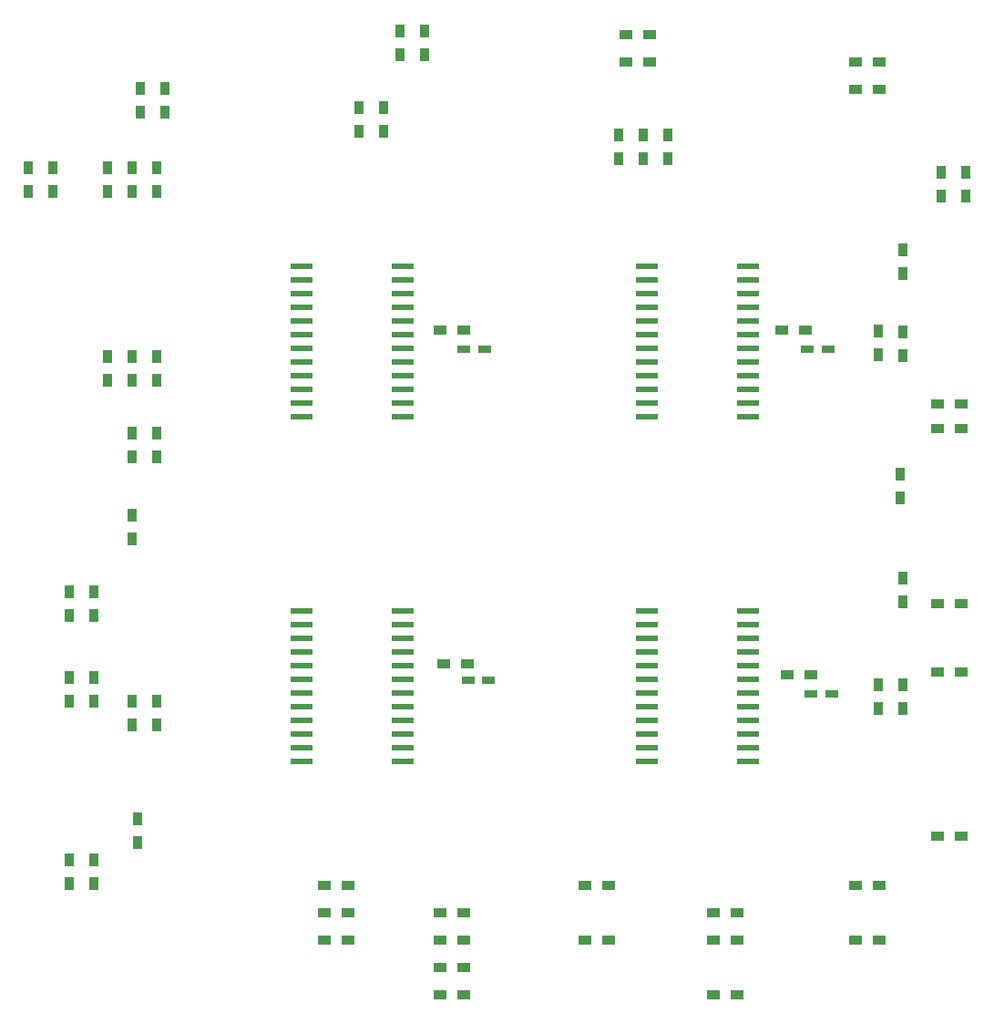
<source format=gbr>
G04 #@! TF.GenerationSoftware,KiCad,Pcbnew,(5.0.2)-1*
G04 #@! TF.CreationDate,2019-07-27T15:22:53-05:00*
G04 #@! TF.ProjectId,Conventional_Display,436f6e76-656e-4746-996f-6e616c5f4469,rev?*
G04 #@! TF.SameCoordinates,Original*
G04 #@! TF.FileFunction,Paste,Bot*
G04 #@! TF.FilePolarity,Positive*
%FSLAX46Y46*%
G04 Gerber Fmt 4.6, Leading zero omitted, Abs format (unit mm)*
G04 Created by KiCad (PCBNEW (5.0.2)-1) date 7/27/2019 3:22:53 PM*
%MOMM*%
%LPD*%
G01*
G04 APERTURE LIST*
%ADD10R,1.200000X0.900000*%
%ADD11R,2.000000X0.600000*%
%ADD12R,1.200000X0.750000*%
%ADD13R,0.900000X1.200000*%
G04 APERTURE END LIST*
D10*
G04 #@! TO.C,R63*
X103716000Y-69850000D03*
X101516000Y-69850000D03*
G04 #@! TD*
D11*
G04 #@! TO.C,U16*
X120674400Y-77914500D03*
X120674400Y-76644500D03*
X120674400Y-75374500D03*
X120674400Y-74104500D03*
X120674400Y-72834500D03*
X120674400Y-71564500D03*
X120674400Y-70294500D03*
X120674400Y-69024500D03*
X120674400Y-67754500D03*
X120674400Y-66484500D03*
X120674400Y-65214500D03*
X120674400Y-63944500D03*
X130074400Y-63944500D03*
X130074400Y-65214500D03*
X130074400Y-66484500D03*
X130074400Y-67754500D03*
X130074400Y-69024500D03*
X130074400Y-70294500D03*
X130074400Y-71564500D03*
X130074400Y-72834500D03*
X130074400Y-74104500D03*
X130074400Y-75374500D03*
X130074400Y-76644500D03*
X130074400Y-77914500D03*
G04 #@! TD*
D12*
G04 #@! TO.C,C1*
X135636000Y-71628000D03*
X137536000Y-71628000D03*
G04 #@! TD*
G04 #@! TO.C,C2*
X103698000Y-71628000D03*
X105598000Y-71628000D03*
G04 #@! TD*
G04 #@! TO.C,C3*
X104104400Y-102362000D03*
X106004400Y-102362000D03*
G04 #@! TD*
G04 #@! TO.C,C4*
X135956000Y-103632000D03*
X137856000Y-103632000D03*
G04 #@! TD*
D10*
G04 #@! TO.C,R1*
X140124000Y-44958000D03*
X142324000Y-44958000D03*
G04 #@! TD*
G04 #@! TO.C,R2*
X140124000Y-47498000D03*
X142324000Y-47498000D03*
G04 #@! TD*
D13*
G04 #@! TO.C,R3*
X150368000Y-57404000D03*
X150368000Y-55204000D03*
G04 #@! TD*
G04 #@! TO.C,R4*
X148082000Y-57404000D03*
X148082000Y-55204000D03*
G04 #@! TD*
G04 #@! TO.C,R5*
X144526000Y-70020000D03*
X144526000Y-72220000D03*
G04 #@! TD*
G04 #@! TO.C,R6*
X142240000Y-69936000D03*
X142240000Y-72136000D03*
G04 #@! TD*
G04 #@! TO.C,R7*
X144526000Y-64600000D03*
X144526000Y-62400000D03*
G04 #@! TD*
D10*
G04 #@! TO.C,R8*
X149944000Y-76708000D03*
X147744000Y-76708000D03*
G04 #@! TD*
G04 #@! TO.C,R9*
X149944000Y-78994000D03*
X147744000Y-78994000D03*
G04 #@! TD*
G04 #@! TO.C,R10*
X149944000Y-95250000D03*
X147744000Y-95250000D03*
G04 #@! TD*
D13*
G04 #@! TO.C,R11*
X144526000Y-92880000D03*
X144526000Y-95080000D03*
G04 #@! TD*
G04 #@! TO.C,R12*
X144272000Y-85428000D03*
X144272000Y-83228000D03*
G04 #@! TD*
D10*
G04 #@! TO.C,R13*
X149944000Y-101600000D03*
X147744000Y-101600000D03*
G04 #@! TD*
G04 #@! TO.C,R14*
X149944000Y-116840000D03*
X147744000Y-116840000D03*
G04 #@! TD*
D13*
G04 #@! TO.C,R15*
X144526000Y-104986000D03*
X144526000Y-102786000D03*
G04 #@! TD*
G04 #@! TO.C,R16*
X142240000Y-104986000D03*
X142240000Y-102786000D03*
G04 #@! TD*
D10*
G04 #@! TO.C,R17*
X140124000Y-121412000D03*
X142324000Y-121412000D03*
G04 #@! TD*
G04 #@! TO.C,R18*
X140124000Y-126492000D03*
X142324000Y-126492000D03*
G04 #@! TD*
G04 #@! TO.C,R19*
X129116000Y-131572000D03*
X126916000Y-131572000D03*
G04 #@! TD*
G04 #@! TO.C,R20*
X129116000Y-123952000D03*
X126916000Y-123952000D03*
G04 #@! TD*
G04 #@! TO.C,R21*
X129116000Y-126492000D03*
X126916000Y-126492000D03*
G04 #@! TD*
G04 #@! TO.C,R22*
X114978000Y-121412000D03*
X117178000Y-121412000D03*
G04 #@! TD*
G04 #@! TO.C,R23*
X114978000Y-126492000D03*
X117178000Y-126492000D03*
G04 #@! TD*
G04 #@! TO.C,R24*
X103716000Y-131572000D03*
X101516000Y-131572000D03*
G04 #@! TD*
G04 #@! TO.C,R25*
X103716000Y-129032000D03*
X101516000Y-129032000D03*
G04 #@! TD*
G04 #@! TO.C,R26*
X103716000Y-123952000D03*
X101516000Y-123952000D03*
G04 #@! TD*
G04 #@! TO.C,R27*
X103716000Y-126492000D03*
X101516000Y-126492000D03*
G04 #@! TD*
G04 #@! TO.C,R28*
X90764000Y-121412000D03*
X92964000Y-121412000D03*
G04 #@! TD*
G04 #@! TO.C,R29*
X90764000Y-123952000D03*
X92964000Y-123952000D03*
G04 #@! TD*
G04 #@! TO.C,R30*
X90764000Y-126492000D03*
X92964000Y-126492000D03*
G04 #@! TD*
D13*
G04 #@! TO.C,R31*
X72898000Y-106510000D03*
X72898000Y-104310000D03*
G04 #@! TD*
G04 #@! TO.C,R32*
X75184000Y-106510000D03*
X75184000Y-104310000D03*
G04 #@! TD*
G04 #@! TO.C,R33*
X73406000Y-115232000D03*
X73406000Y-117432000D03*
G04 #@! TD*
G04 #@! TO.C,R34*
X67056000Y-119042000D03*
X67056000Y-121242000D03*
G04 #@! TD*
G04 #@! TO.C,R35*
X69342000Y-119042000D03*
X69342000Y-121242000D03*
G04 #@! TD*
G04 #@! TO.C,R36*
X67056000Y-104308000D03*
X67056000Y-102108000D03*
G04 #@! TD*
G04 #@! TO.C,R37*
X69342000Y-104308000D03*
X69342000Y-102108000D03*
G04 #@! TD*
G04 #@! TO.C,R38*
X72898000Y-81618000D03*
X72898000Y-79418000D03*
G04 #@! TD*
G04 #@! TO.C,R39*
X75184000Y-81618000D03*
X75184000Y-79418000D03*
G04 #@! TD*
G04 #@! TO.C,R40*
X72898000Y-87038000D03*
X72898000Y-89238000D03*
G04 #@! TD*
G04 #@! TO.C,R41*
X69342000Y-94150000D03*
X69342000Y-96350000D03*
G04 #@! TD*
G04 #@! TO.C,R42*
X67056000Y-94150000D03*
X67056000Y-96350000D03*
G04 #@! TD*
G04 #@! TO.C,R43*
X65532000Y-56980000D03*
X65532000Y-54780000D03*
G04 #@! TD*
G04 #@! TO.C,R44*
X63246000Y-56980000D03*
X63246000Y-54780000D03*
G04 #@! TD*
G04 #@! TO.C,R45*
X73660000Y-47414000D03*
X73660000Y-49614000D03*
G04 #@! TD*
G04 #@! TO.C,R46*
X75946000Y-47414000D03*
X75946000Y-49614000D03*
G04 #@! TD*
G04 #@! TO.C,R47*
X100076000Y-44280000D03*
X100076000Y-42080000D03*
G04 #@! TD*
G04 #@! TO.C,R48*
X97790000Y-44280000D03*
X97790000Y-42080000D03*
G04 #@! TD*
G04 #@! TO.C,R49*
X75184000Y-56980000D03*
X75184000Y-54780000D03*
G04 #@! TD*
G04 #@! TO.C,R50*
X72898000Y-56980000D03*
X72898000Y-54780000D03*
G04 #@! TD*
G04 #@! TO.C,R51*
X75184000Y-72306000D03*
X75184000Y-74506000D03*
G04 #@! TD*
G04 #@! TO.C,R52*
X70612000Y-72306000D03*
X70612000Y-74506000D03*
G04 #@! TD*
G04 #@! TO.C,R53*
X72898000Y-72306000D03*
X72898000Y-74506000D03*
G04 #@! TD*
G04 #@! TO.C,R54*
X70612000Y-56980000D03*
X70612000Y-54780000D03*
G04 #@! TD*
G04 #@! TO.C,R55*
X96266000Y-49192000D03*
X96266000Y-51392000D03*
G04 #@! TD*
G04 #@! TO.C,R56*
X93980000Y-49192000D03*
X93980000Y-51392000D03*
G04 #@! TD*
D10*
G04 #@! TO.C,R57*
X118788000Y-42418000D03*
X120988000Y-42418000D03*
G04 #@! TD*
G04 #@! TO.C,R58*
X118788000Y-44958000D03*
X120988000Y-44958000D03*
G04 #@! TD*
D13*
G04 #@! TO.C,R59*
X118110000Y-51732000D03*
X118110000Y-53932000D03*
G04 #@! TD*
G04 #@! TO.C,R60*
X120396000Y-51732000D03*
X120396000Y-53932000D03*
G04 #@! TD*
G04 #@! TO.C,R61*
X122682000Y-51732000D03*
X122682000Y-53932000D03*
G04 #@! TD*
D10*
G04 #@! TO.C,R62*
X135466000Y-69850000D03*
X133266000Y-69850000D03*
G04 #@! TD*
G04 #@! TO.C,R64*
X104038400Y-100838000D03*
X101838400Y-100838000D03*
G04 #@! TD*
G04 #@! TO.C,R65*
X135974000Y-101854000D03*
X133774000Y-101854000D03*
G04 #@! TD*
D11*
G04 #@! TO.C,U17*
X88645000Y-77914500D03*
X88645000Y-76644500D03*
X88645000Y-75374500D03*
X88645000Y-74104500D03*
X88645000Y-72834500D03*
X88645000Y-71564500D03*
X88645000Y-70294500D03*
X88645000Y-69024500D03*
X88645000Y-67754500D03*
X88645000Y-66484500D03*
X88645000Y-65214500D03*
X88645000Y-63944500D03*
X98045000Y-63944500D03*
X98045000Y-65214500D03*
X98045000Y-66484500D03*
X98045000Y-67754500D03*
X98045000Y-69024500D03*
X98045000Y-70294500D03*
X98045000Y-71564500D03*
X98045000Y-72834500D03*
X98045000Y-74104500D03*
X98045000Y-75374500D03*
X98045000Y-76644500D03*
X98045000Y-77914500D03*
G04 #@! TD*
G04 #@! TO.C,U18*
X88645000Y-109943900D03*
X88645000Y-108673900D03*
X88645000Y-107403900D03*
X88645000Y-106133900D03*
X88645000Y-104863900D03*
X88645000Y-103593900D03*
X88645000Y-102323900D03*
X88645000Y-101053900D03*
X88645000Y-99783900D03*
X88645000Y-98513900D03*
X88645000Y-97243900D03*
X88645000Y-95973900D03*
X98045000Y-95973900D03*
X98045000Y-97243900D03*
X98045000Y-98513900D03*
X98045000Y-99783900D03*
X98045000Y-101053900D03*
X98045000Y-102323900D03*
X98045000Y-103593900D03*
X98045000Y-104863900D03*
X98045000Y-106133900D03*
X98045000Y-107403900D03*
X98045000Y-108673900D03*
X98045000Y-109943900D03*
G04 #@! TD*
G04 #@! TO.C,U19*
X120674400Y-109943900D03*
X120674400Y-108673900D03*
X120674400Y-107403900D03*
X120674400Y-106133900D03*
X120674400Y-104863900D03*
X120674400Y-103593900D03*
X120674400Y-102323900D03*
X120674400Y-101053900D03*
X120674400Y-99783900D03*
X120674400Y-98513900D03*
X120674400Y-97243900D03*
X120674400Y-95973900D03*
X130074400Y-95973900D03*
X130074400Y-97243900D03*
X130074400Y-98513900D03*
X130074400Y-99783900D03*
X130074400Y-101053900D03*
X130074400Y-102323900D03*
X130074400Y-103593900D03*
X130074400Y-104863900D03*
X130074400Y-106133900D03*
X130074400Y-107403900D03*
X130074400Y-108673900D03*
X130074400Y-109943900D03*
G04 #@! TD*
M02*

</source>
